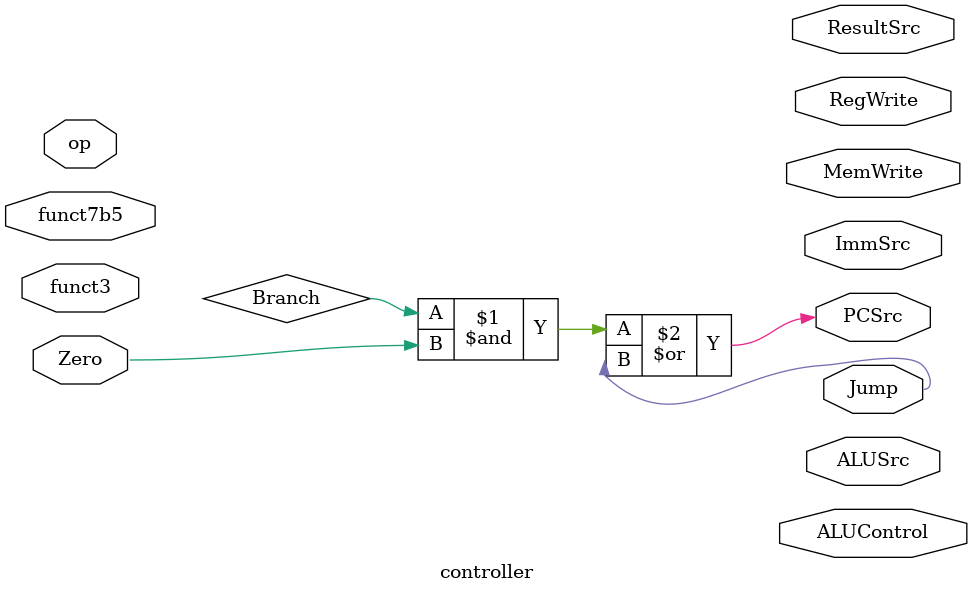
<source format=sv>
module controller(input logic [6:0] op,
		input logic [2:0] funct3,
		input logic funct7b5,
		input logic Zero,
		output logic [1:0] ResultSrc,
		output logic MemWrite,
		output logic PCSrc, ALUSrc,
		output logic RegWrite, Jump,
		output logic [1:0] ImmSrc,
		output logic [2:0]ALUControl);
	
	logic [1:0] ALUOp;
	logic Branch;

	//Instantiate Maindec
	//maindec md(op, ResultSrc, MemWrite, Branch, ALUSrc, RegWrite, Jump, ImmSrc,ALUOp);

	//Instatiate aludec

	assign PCSrc = Branch & Zero | Jump;
endmodule

</source>
